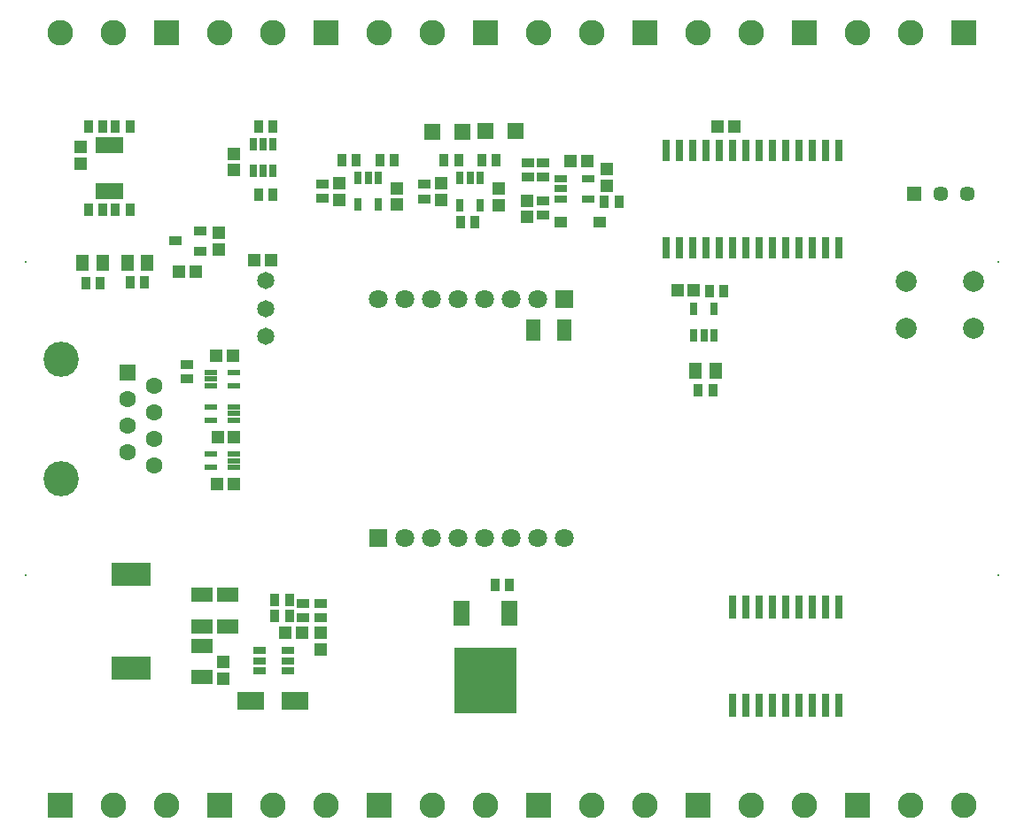
<source format=gts>
G04 Layer_Color=8388736*
%FSLAX43Y43*%
%MOMM*%
G71*
G01*
G75*
%ADD51C,1.800*%
%ADD52C,1.600*%
%ADD74R,0.920X1.190*%
%ADD75R,1.150X1.200*%
%ADD76R,1.150X0.600*%
%ADD77R,1.190X0.920*%
%ADD78R,1.350X2.000*%
%ADD79R,0.800X2.200*%
%ADD80R,5.890X6.380*%
%ADD81R,1.597X2.486*%
%ADD82R,2.550X1.750*%
%ADD83R,1.200X1.150*%
%ADD84R,1.300X0.800*%
%ADD85R,1.200X1.600*%
%ADD86R,2.000X1.350*%
%ADD87R,3.700X2.200*%
%ADD88R,0.800X1.300*%
%ADD89R,1.300X0.800*%
%ADD90R,1.250X1.000*%
%ADD91R,1.500X1.600*%
%ADD92R,0.650X1.650*%
%ADD93R,0.800X2.050*%
%ADD94R,1.200X0.850*%
%ADD95C,2.000*%
%ADD96R,1.800X1.800*%
%ADD97R,2.450X2.450*%
%ADD98C,2.450*%
%ADD99R,0.200X0.200*%
%ADD100R,1.600X1.600*%
%ADD101C,3.370*%
%ADD102R,1.448X1.448*%
%ADD103C,1.448*%
%ADD104C,1.650*%
D51*
X59620Y76330D02*
D03*
X62160D02*
D03*
X64700D02*
D03*
X67240D02*
D03*
X69780D02*
D03*
X72320D02*
D03*
X74860D02*
D03*
X77400Y53470D02*
D03*
X74860D02*
D03*
X72320D02*
D03*
X69780D02*
D03*
X67240D02*
D03*
X64700D02*
D03*
X62160D02*
D03*
D52*
X38160Y60455D02*
D03*
Y68075D02*
D03*
X35620Y61725D02*
D03*
Y66805D02*
D03*
X38160Y62995D02*
D03*
Y65535D02*
D03*
X35620Y64265D02*
D03*
D74*
X48205Y86327D02*
D03*
X49585D02*
D03*
Y92895D02*
D03*
X48205D02*
D03*
X72190Y49032D02*
D03*
X70810D02*
D03*
X51135Y46025D02*
D03*
X49755D02*
D03*
Y47532D02*
D03*
X51135D02*
D03*
X31643Y77900D02*
D03*
X33023D02*
D03*
X92665Y77075D02*
D03*
X91285D02*
D03*
X91590Y67595D02*
D03*
X90210D02*
D03*
X69543Y89650D02*
D03*
X70923D02*
D03*
X68840Y83700D02*
D03*
X67460D02*
D03*
X65910Y89629D02*
D03*
X67290D02*
D03*
X59793Y89654D02*
D03*
X61173D02*
D03*
X56160D02*
D03*
X57540D02*
D03*
X33290Y92900D02*
D03*
X31910D02*
D03*
X34510D02*
D03*
X35890D02*
D03*
X33290Y84900D02*
D03*
X31910D02*
D03*
X34510D02*
D03*
X35890D02*
D03*
X37290Y78000D02*
D03*
X35910D02*
D03*
X82615Y85650D02*
D03*
X81235D02*
D03*
D75*
X45850Y58650D02*
D03*
X44250D02*
D03*
X45860Y63150D02*
D03*
X44260D02*
D03*
X44160Y70950D02*
D03*
X45760D02*
D03*
X52310Y44465D02*
D03*
X50710D02*
D03*
X88200Y77160D02*
D03*
X89800D02*
D03*
X78000Y89600D02*
D03*
X79600D02*
D03*
X40600Y79000D02*
D03*
X42200D02*
D03*
X92075Y92900D02*
D03*
X93675D02*
D03*
X47795Y80075D02*
D03*
X49395D02*
D03*
D76*
X43600Y60250D02*
D03*
Y61550D02*
D03*
X45800D02*
D03*
Y60900D02*
D03*
Y60250D02*
D03*
X43610Y64750D02*
D03*
Y66050D02*
D03*
X45810D02*
D03*
Y65400D02*
D03*
Y64750D02*
D03*
X45810Y69350D02*
D03*
Y68050D02*
D03*
X43610D02*
D03*
Y68700D02*
D03*
Y69350D02*
D03*
D77*
X41310Y70090D02*
D03*
Y68710D02*
D03*
X52445Y47255D02*
D03*
Y45875D02*
D03*
X54085Y47255D02*
D03*
Y45875D02*
D03*
X75400Y84410D02*
D03*
Y85790D02*
D03*
X73900Y89390D02*
D03*
Y88010D02*
D03*
X75400D02*
D03*
Y89390D02*
D03*
X64033Y87319D02*
D03*
Y85939D02*
D03*
X54283Y87344D02*
D03*
Y85964D02*
D03*
D78*
X77400Y73400D02*
D03*
X74400D02*
D03*
D79*
X93495Y37465D02*
D03*
X94765D02*
D03*
X96035D02*
D03*
X97305D02*
D03*
X98575D02*
D03*
X99845D02*
D03*
X101115D02*
D03*
X102385D02*
D03*
X103655D02*
D03*
X93495Y46865D02*
D03*
X94765D02*
D03*
X96035D02*
D03*
X97305D02*
D03*
X98575D02*
D03*
X99845D02*
D03*
X101115D02*
D03*
X102385D02*
D03*
X103655D02*
D03*
D80*
X69900Y39900D02*
D03*
D81*
X67614Y46335D02*
D03*
X72186D02*
D03*
D82*
X51695Y37900D02*
D03*
X47395D02*
D03*
D83*
X44845Y40062D02*
D03*
Y41662D02*
D03*
X54085Y42825D02*
D03*
Y44425D02*
D03*
X73840Y85790D02*
D03*
Y84190D02*
D03*
X71133Y86950D02*
D03*
Y85350D02*
D03*
X65633Y87450D02*
D03*
Y85850D02*
D03*
X61383Y86975D02*
D03*
Y85375D02*
D03*
X55883Y87475D02*
D03*
Y85875D02*
D03*
X45845Y88675D02*
D03*
Y90275D02*
D03*
X31200Y89325D02*
D03*
Y90925D02*
D03*
X44400Y82700D02*
D03*
Y81100D02*
D03*
X81475Y87219D02*
D03*
Y88819D02*
D03*
D84*
X50995Y42715D02*
D03*
Y41765D02*
D03*
Y40815D02*
D03*
X48295D02*
D03*
Y41765D02*
D03*
Y42715D02*
D03*
D85*
X31383Y79795D02*
D03*
X33283D02*
D03*
X91850Y69500D02*
D03*
X89950D02*
D03*
X35650Y79853D02*
D03*
X37550D02*
D03*
D86*
X42745Y40165D02*
D03*
Y43165D02*
D03*
X45225Y48065D02*
D03*
Y45065D02*
D03*
X42745Y48065D02*
D03*
Y45065D02*
D03*
D87*
X35983Y50015D02*
D03*
Y41015D02*
D03*
D88*
X89805Y75450D02*
D03*
X91705D02*
D03*
Y72850D02*
D03*
X90755D02*
D03*
X89805D02*
D03*
X69350Y85350D02*
D03*
X67450D02*
D03*
Y87950D02*
D03*
X68400D02*
D03*
X69350D02*
D03*
X59600Y85375D02*
D03*
X57700D02*
D03*
Y87975D02*
D03*
X58650D02*
D03*
X59600D02*
D03*
X47645Y88600D02*
D03*
X48595D02*
D03*
X49545D02*
D03*
Y91200D02*
D03*
X47645D02*
D03*
X48595D02*
D03*
D89*
X79700Y87850D02*
D03*
Y85950D02*
D03*
X77100D02*
D03*
Y86900D02*
D03*
Y87850D02*
D03*
D90*
X80770Y83700D02*
D03*
X77070D02*
D03*
D91*
X69860Y92400D02*
D03*
X72760D02*
D03*
X64780Y92395D02*
D03*
X67680D02*
D03*
D92*
X32925Y86700D02*
D03*
X33575D02*
D03*
X34225D02*
D03*
X34875D02*
D03*
X32925Y91100D02*
D03*
X33575D02*
D03*
X34225D02*
D03*
X34875D02*
D03*
D93*
X103655Y90575D02*
D03*
X102385D02*
D03*
X101115D02*
D03*
X99845D02*
D03*
X98575D02*
D03*
X97305D02*
D03*
X96035D02*
D03*
X94765D02*
D03*
X93495D02*
D03*
X92225D02*
D03*
X90955D02*
D03*
X89685D02*
D03*
X88415D02*
D03*
X87145D02*
D03*
X103655Y81225D02*
D03*
X102385D02*
D03*
X101115D02*
D03*
X99845D02*
D03*
X98575D02*
D03*
X97305D02*
D03*
X96035D02*
D03*
X94765D02*
D03*
X93495D02*
D03*
X92225D02*
D03*
X90955D02*
D03*
X89685D02*
D03*
X88415D02*
D03*
X87145D02*
D03*
D94*
X40204Y81900D02*
D03*
X42604Y82850D02*
D03*
Y80950D02*
D03*
D95*
X116550Y73550D02*
D03*
X110050D02*
D03*
X116550Y78050D02*
D03*
X110050D02*
D03*
D96*
X77400Y76330D02*
D03*
X59620Y53470D02*
D03*
D97*
X69860Y101850D02*
D03*
X39380D02*
D03*
X54620D02*
D03*
X115580D02*
D03*
X85100D02*
D03*
X100340D02*
D03*
X74940Y27925D02*
D03*
X105420D02*
D03*
X90180D02*
D03*
X29225Y27925D02*
D03*
X59705D02*
D03*
X44465D02*
D03*
D98*
X64780Y101850D02*
D03*
X59700D02*
D03*
X34300D02*
D03*
X29220D02*
D03*
X49540D02*
D03*
X44460D02*
D03*
X110500D02*
D03*
X105420D02*
D03*
X80020D02*
D03*
X74940D02*
D03*
X95260D02*
D03*
X90180D02*
D03*
X80020Y27925D02*
D03*
X85100D02*
D03*
X110500D02*
D03*
X115580D02*
D03*
X95260D02*
D03*
X100340D02*
D03*
X34305Y27925D02*
D03*
X39385D02*
D03*
X64785D02*
D03*
X69865D02*
D03*
X49545D02*
D03*
X54625D02*
D03*
D99*
X25900Y79900D02*
D03*
X118900Y79900D02*
D03*
Y49900D02*
D03*
X25900D02*
D03*
D100*
X35620Y69345D02*
D03*
D101*
X29270Y59185D02*
D03*
Y70615D02*
D03*
D102*
X110860Y86400D02*
D03*
D103*
X113400D02*
D03*
X115940D02*
D03*
D104*
X48895Y78092D02*
D03*
Y72808D02*
D03*
Y75450D02*
D03*
M02*

</source>
